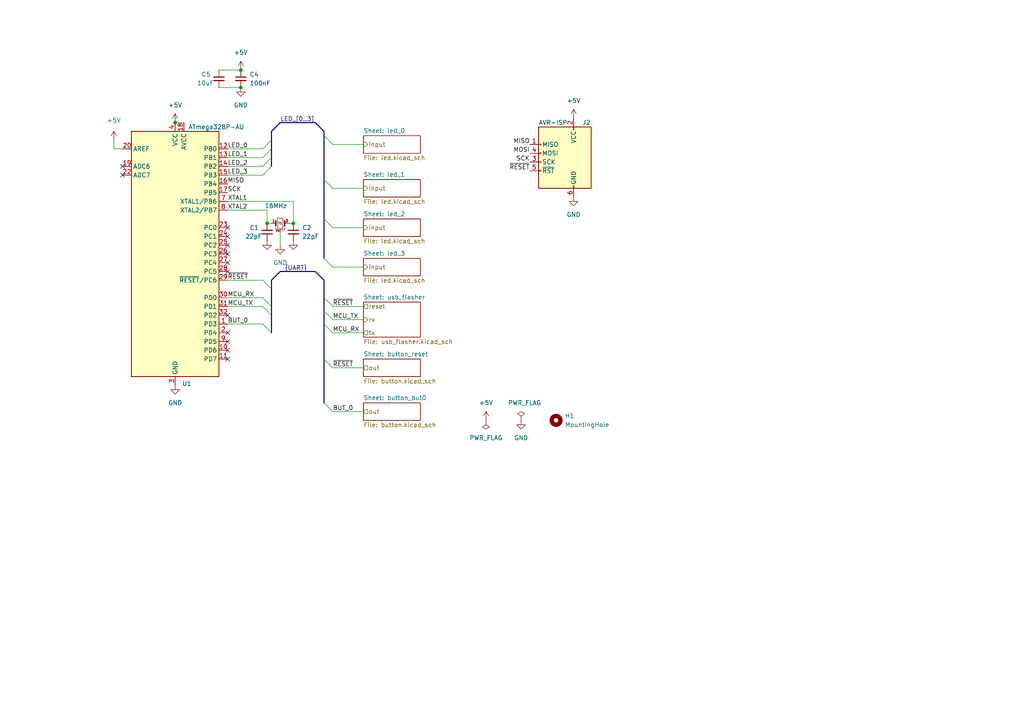
<source format=kicad_sch>
(kicad_sch (version 20211123) (generator eeschema)
  (paper "A4")
  (lib_symbols
    (symbol "Connector:AVR-ISP-6" (pin_names (offset 1.016))
      (property "Reference" "J" (at -6.35 11.43 0))
      (property "Value" "AVR-ISP-6" (at 0 11.43 0))
      (symbol "AVR-ISP-6_0_1"
        (rectangle (start -2.667 -6.858) (end -2.413 -7.62))
        (rectangle (start -2.667 10.16) (end -2.413 9.398))
        (rectangle (start 7.62 -2.413) (end 6.858 -2.667))
        (rectangle (start 7.62 0.127) (end 6.858 -0.127))
        (rectangle (start 7.62 2.667) (end 6.858 2.413))
        (rectangle (start 7.62 5.207) (end 6.858 4.953))
        (rectangle (start 7.62 10.16) (end -7.62 -7.62) (stroke (width 0.254)) (fill (type background)))
      )
      (symbol "AVR-ISP-6_1_1"
        (pin passive line (at 10.16 5.08 180) (length 2.54) (name "MISO") (number "1"))
        (pin passive line (at -2.54 12.7 270) (length 2.54) (name "VCC") (number "2"))
        (pin passive line (at 10.16 0 180) (length 2.54) (name "SCK") (number "3"))
        (pin passive line (at 10.16 2.54 180) (length 2.54) (name "MOSI") (number "4"))
        (pin passive line (at 10.16 -2.54 180) (length 2.54) (name "~{RST}") (number "5"))
        (pin passive line (at -2.54 -10.16 90) (length 2.54) (name "GND") (number "6"))
      )
    )
    (symbol "Device:C_Small" (pin_numbers hide) (pin_names (offset 0.254) hide)
      (property "Reference" "C" (at 0.254 1.778 0))
      (property "Value" "C_Small" (at 0.254 -2.032 0))
      (symbol "C_Small_0_1"
        (polyline (pts (xy -1.524 -0.508) (xy 1.524 -0.508)) (stroke (width 0.3302)))
        (polyline (pts (xy -1.524 0.508) (xy 1.524 0.508)) (stroke (width 0.3048)))
      )
      (symbol "C_Small_1_1"
        (pin passive line (at 0 2.54 270) (length 2.032) (name "~") (number "1"))
        (pin passive line (at 0 -2.54 90) (length 2.032) (name "~") (number "2"))
      )
    )
    (symbol "Device:Crystal_GND2_Small" (pin_names (offset 1.016) hide)
      (property "Reference" "Y" (at 0 5.08 0))
      (property "Value" "Crystal_GND2_Small" (at 0 3.175 0))
      (symbol "Crystal_GND2_Small_0_1"
        (rectangle (start -0.762 -1.524) (end 0.762 1.524))
        (polyline (pts (xy -1.27 -0.762) (xy -1.27 0.762)) (stroke (width 0.381)))
        (polyline (pts (xy 1.27 -0.762) (xy 1.27 0.762)) (stroke (width 0.381)))
        (polyline (pts (xy -1.27 -1.27) (xy -1.27 -1.905) (xy 1.27 -1.905) (xy 1.27 -1.27)))
      )
      (symbol "Crystal_GND2_Small_1_1"
        (pin passive line (at -2.54 0 0) (length 1.27) (name "1") (number "1"))
        (pin passive line (at 0 -2.54 90) (length 0.635) (name "2") (number "2"))
        (pin passive line (at 2.54 0 180) (length 1.27) (name "3") (number "3"))
      )
    )
    (symbol "Mechanical:MountingHole" (pin_names (offset 1.016))
      (property "Reference" "H" (at 0 5.08 0))
      (property "Value" "MountingHole" (at 0 3.175 0))
      (symbol "MountingHole_0_1"
        (circle (center 0 0) (radius 1.27) (stroke (width 1.27)))
      )
    )
    (symbol "MyLibrary:ATmega328P-AU"
      (property "Reference" "C14877" (at 8.5344 33.4772 0))
      (property "Value" "ATmega328P-AU" (at 9.4742 -43.3832 0))
      (symbol "ATmega328P-AU_0_1"
        (rectangle (start -14.1478 -39.8526) (end 11.2522 31.2674) (stroke (width 0.254)) (fill (type background)))
      )
      (symbol "ATmega328P-AU_1_1"
        (pin bidirectional line (at 13.7922 -24.6126 180) (length 2.54) (name "PD3") (number "1"))
        (pin bidirectional line (at 13.7922 -32.2326 180) (length 2.54) (name "PD6") (number "10"))
        (pin bidirectional line (at 13.7922 -34.7726 180) (length 2.54) (name "PD7") (number "11"))
        (pin bidirectional line (at 13.7922 26.1874 180) (length 2.54) (name "PB0") (number "12"))
        (pin bidirectional line (at 13.7922 23.6474 180) (length 2.54) (name "PB1") (number "13"))
        (pin bidirectional line (at 13.7922 21.1074 180) (length 2.54) (name "PB2") (number "14"))
        (pin bidirectional line (at 13.7922 18.5674 180) (length 2.54) (name "PB3") (number "15"))
        (pin bidirectional line (at 13.7922 16.0274 180) (length 2.54) (name "PB4") (number "16"))
        (pin bidirectional line (at 13.7922 13.4874 180) (length 2.54) (name "PB5") (number "17"))
        (pin power_in line (at 1.0922 33.8074 270) (length 2.54) (name "AVCC") (number "18"))
        (pin input line (at -16.6878 21.1074 0) (length 2.54) (name "ADC6") (number "19"))
        (pin bidirectional line (at 13.7922 -27.1526 180) (length 2.54) (name "PD4") (number "2"))
        (pin passive line (at -16.6878 26.1874 0) (length 2.54) (name "AREF") (number "20"))
        (pin passive line (at -1.4478 -42.3926 90) (length 2.54) hide (name "GND") (number "21"))
        (pin input line (at -16.6878 18.5674 0) (length 2.54) (name "ADC7") (number "22"))
        (pin bidirectional line (at 13.7922 3.3274 180) (length 2.54) (name "PC0") (number "23"))
        (pin bidirectional line (at 13.7922 0.7874 180) (length 2.54) (name "PC1") (number "24"))
        (pin bidirectional line (at 13.7922 -1.7526 180) (length 2.54) (name "PC2") (number "25"))
        (pin bidirectional line (at 13.7922 -4.2926 180) (length 2.54) (name "PC3") (number "26"))
        (pin bidirectional line (at 13.7922 -6.8326 180) (length 2.54) (name "PC4") (number "27"))
        (pin bidirectional line (at 13.7922 -9.3726 180) (length 2.54) (name "PC5") (number "28"))
        (pin bidirectional line (at 13.7922 -11.9126 180) (length 2.54) (name "~{RESET}/PC6") (number "29"))
        (pin power_in line (at -1.4478 -42.3926 90) (length 2.54) (name "GND") (number "3"))
        (pin bidirectional line (at 13.7922 -16.9926 180) (length 2.54) (name "PD0") (number "30"))
        (pin bidirectional line (at 13.7922 -19.5326 180) (length 2.54) (name "PD1") (number "31"))
        (pin bidirectional line (at 13.7922 -22.0726 180) (length 2.54) (name "PD2") (number "32"))
        (pin power_in line (at -1.4478 33.8074 270) (length 2.54) (name "VCC") (number "4"))
        (pin passive line (at -1.4478 -42.3926 90) (length 2.54) hide (name "GND") (number "5"))
        (pin passive line (at -1.4478 33.8074 270) (length 2.54) hide (name "VCC") (number "6"))
        (pin bidirectional line (at 13.7922 10.9474 180) (length 2.54) (name "XTAL1/PB6") (number "7"))
        (pin bidirectional line (at 13.7922 8.4074 180) (length 2.54) (name "XTAL2/PB7") (number "8"))
        (pin bidirectional line (at 13.7922 -29.6926 180) (length 2.54) (name "PD5") (number "9"))
      )
    )
    (symbol "power:+5V" (power) (pin_names (offset 0))
      (property "Value" "+5V" (at 0 3.556 0))
      (symbol "+5V_0_1"
        (polyline (pts (xy -0.762 1.27) (xy 0 2.54)))
        (polyline (pts (xy 0 0) (xy 0 2.54)))
        (polyline (pts (xy 0 2.54) (xy 0.762 1.27)))
      )
      (symbol "+5V_1_1"
        (pin power_in line (at 0 0 90) (length 0) hide (name "+5V") (number "1"))
      )
    )
    (symbol "power:GND" (power) (pin_names (offset 0))
      (property "Value" "GND" (at 0 -3.81 0))
      (symbol "GND_0_1"
        (polyline (pts (xy 0 0) (xy 0 -1.27) (xy 1.27 -1.27) (xy 0 -2.54) (xy -1.27 -1.27) (xy 0 -1.27)))
      )
      (symbol "GND_1_1"
        (pin power_in line (at 0 0 270) (length 0) hide (name "GND") (number "1"))
      )
    )
    (symbol "power:PWR_FLAG" (power) (pin_numbers hide) (pin_names (offset 0) hide)
      (property "Value" "PWR_FLAG" (at 0 3.81 0))
      (symbol "PWR_FLAG_0_0"
        (pin power_out line (at 0 0 90) (length 0) (name "pwr") (number "1"))
      )
      (symbol "PWR_FLAG_0_1"
        (polyline (pts (xy 0 0) (xy 0 1.27) (xy -1.016 1.905) (xy 0 2.54) (xy 1.016 1.905) (xy 0 1.27)))
      )
    )
  )
  (bus_alias "UART" (members "~{RESET}" "MCU_TX" "MCU_RX" "BUT_0"))
  (junction (at 69.85 20.32))
  (junction (at 50.8 35.56))
  (junction (at 77.47 64.77))
  (junction (at 69.85 25.4))
  (junction (at 85.09 64.77))
  (no_connect (at 35.56 48.26))
  (no_connect (at 35.56 50.8))
  (no_connect (at 66.04 66.04))
  (no_connect (at 66.04 104.14))
  (no_connect (at 66.04 96.52))
  (no_connect (at 66.04 99.06))
  (no_connect (at 66.04 101.6))
  (no_connect (at 66.04 91.44))
  (no_connect (at 66.04 68.58))
  (no_connect (at 66.04 71.12))
  (no_connect (at 66.04 73.66))
  (no_connect (at 66.04 76.2))
  (no_connect (at 66.04 78.74))
  (bus_entry (at 93.98 90.17) (size 2.54 2.54))
  (bus_entry (at 96.52 41.91) (size -2.54 -2.54))
  (bus_entry (at 96.52 77.47) (size -2.54 -2.54))
  (bus_entry (at 96.52 54.61) (size -2.54 -2.54))
  (bus_entry (at 93.98 86.36) (size 2.54 2.54))
  (bus_entry (at 96.52 66.04) (size -2.54 -2.54))
  (bus_entry (at 93.98 93.98) (size 2.54 2.54))
  (bus_entry (at 76.2 81.28) (size 2.54 2.54))
  (bus_entry (at 76.2 88.9) (size 2.54 2.54))
  (bus_entry (at 76.2 93.98) (size 2.54 2.54))
  (bus_entry (at 93.98 104.14) (size 2.54 2.54))
  (bus_entry (at 76.2 50.8) (size 2.54 -2.54))
  (bus_entry (at 76.2 48.26) (size 2.54 -2.54))
  (bus_entry (at 93.98 116.84) (size 2.54 2.54))
  (bus_entry (at 76.2 43.18) (size 2.54 -2.54))
  (bus_entry (at 76.2 45.72) (size 2.54 -2.54))
  (bus_entry (at 76.2 86.36) (size 2.54 2.54))
  (wire (pts (xy 77.47 60.96) (xy 77.47 64.77)))
  (wire (pts (xy 35.56 43.18) (xy 33.02 43.18)))
  (bus (pts (xy 81.28 78.74) (xy 91.44 78.74)))
  (bus (pts (xy 91.44 35.56) (xy 93.98 38.1)))
  (wire (pts (xy 96.52 88.9) (xy 105.41 88.9)))
  (bus (pts (xy 78.74 45.72) (xy 78.74 48.26)))
  (bus (pts (xy 93.98 93.98) (xy 93.98 104.14)))
  (bus (pts (xy 78.74 83.82) (xy 78.74 88.9)))
  (wire (pts (xy 66.04 60.96) (xy 77.47 60.96)))
  (bus (pts (xy 93.98 86.36) (xy 93.98 90.17)))
  (wire (pts (xy 66.04 93.98) (xy 76.2 93.98)))
  (bus (pts (xy 81.28 35.56) (xy 91.44 35.56)))
  (bus (pts (xy 78.74 38.1) (xy 78.74 40.64)))
  (wire (pts (xy 96.52 66.04) (xy 105.41 66.04)))
  (bus (pts (xy 78.74 81.28) (xy 81.28 78.74)))
  (wire (pts (xy 66.04 58.42) (xy 85.09 58.42)))
  (wire (pts (xy 66.04 43.18) (xy 76.2 43.18)))
  (wire (pts (xy 96.52 54.61) (xy 105.41 54.61)))
  (wire (pts (xy 96.52 77.47) (xy 105.41 77.47)))
  (bus (pts (xy 81.28 35.56) (xy 78.74 38.1)))
  (wire (pts (xy 96.52 119.38) (xy 105.41 119.38)))
  (wire (pts (xy 85.09 64.77) (xy 83.82 64.77)))
  (wire (pts (xy 96.52 41.91) (xy 105.41 41.91)))
  (wire (pts (xy 66.04 45.72) (xy 76.2 45.72)))
  (bus (pts (xy 93.98 38.1) (xy 93.98 39.37)))
  (wire (pts (xy 66.04 88.9) (xy 76.2 88.9)))
  (wire (pts (xy 50.8 35.56) (xy 53.34 35.56)))
  (bus (pts (xy 93.98 90.17) (xy 93.98 93.98)))
  (bus (pts (xy 93.98 39.37) (xy 93.98 52.07)))
  (bus (pts (xy 78.74 43.18) (xy 78.74 45.72)))
  (wire (pts (xy 96.52 92.71) (xy 105.41 92.71)))
  (wire (pts (xy 63.5 25.4) (xy 69.85 25.4)))
  (wire (pts (xy 85.09 58.42) (xy 85.09 64.77)))
  (wire (pts (xy 66.04 86.36) (xy 76.2 86.36)))
  (wire (pts (xy 66.04 81.28) (xy 76.2 81.28)))
  (wire (pts (xy 77.47 64.77) (xy 78.74 64.77)))
  (bus (pts (xy 93.98 63.5) (xy 93.98 74.93)))
  (wire (pts (xy 81.28 67.31) (xy 81.28 71.12)))
  (bus (pts (xy 93.98 81.28) (xy 93.98 86.36)))
  (wire (pts (xy 96.52 96.52) (xy 105.41 96.52)))
  (wire (pts (xy 96.52 106.68) (xy 105.41 106.68)))
  (bus (pts (xy 91.44 78.74) (xy 93.98 81.28)))
  (bus (pts (xy 93.98 52.07) (xy 93.98 63.5)))
  (bus (pts (xy 93.98 104.14) (xy 93.98 116.84)))
  (bus (pts (xy 78.74 43.18) (xy 78.74 40.64)))
  (wire (pts (xy 66.04 48.26) (xy 76.2 48.26)))
  (wire (pts (xy 33.02 43.18) (xy 33.02 40.64)))
  (bus (pts (xy 78.74 91.44) (xy 78.74 96.52)))
  (bus (pts (xy 78.74 88.9) (xy 78.74 91.44)))
  (wire (pts (xy 63.5 20.32) (xy 69.85 20.32)))
  (wire (pts (xy 66.04 50.8) (xy 76.2 50.8)))
  (bus (pts (xy 78.74 81.28) (xy 78.74 83.82)))
  (label "{UART}" (at 82.55 78.74 0))
  (label "~{RESET}" (at 96.52 106.68 0))
  (label "XTAL1" (at 66.04 58.42 0))
  (label "~{RESET}" (at 66.04 81.28 0))
  (label "LED_2" (at 66.04 48.26 0))
  (label "BUT_0" (at 96.52 119.38 0))
  (label "MCU_TX" (at 66.04 88.9 0))
  (label "BUT_0" (at 66.04 93.98 0))
  (label "LED_1" (at 66.04 45.72 0))
  (label "MCU_TX" (at 96.52 92.71 0))
  (label "SCK" (at 153.67 46.99 180))
  (label "MOSI" (at 153.67 44.45 180))
  (label "LED_0" (at 66.04 43.18 0))
  (label "MCU_RX" (at 96.52 96.52 0))
  (label "~{RESET}" (at 96.52 88.9 0))
  (label "LED_3" (at 66.04 50.8 0))
  (label "SCK" (at 66.04 55.88 0))
  (label "MISO" (at 153.67 41.91 180))
  (label "~{RESET}" (at 153.67 49.53 180))
  (label "MISO" (at 66.04 53.34 0))
  (label "MCU_RX" (at 66.04 86.36 0))
  (label "XTAL2" (at 66.04 60.96 0))
  (label "LED_[0..3]" (at 81.28 35.56 0))
  (hierarchical_label "out" (shape input) (at 105.41 106.68 0))
  (hierarchical_label "input" (shape output) (at 105.41 66.04 0))
  (hierarchical_label "reset" (shape input) (at 105.41 88.9 0))
  (hierarchical_label "out" (shape input) (at 105.41 119.38 0))
  (hierarchical_label "input" (shape output) (at 105.41 54.61 0))
  (hierarchical_label "input" (shape output) (at 105.41 77.47 0))
  (hierarchical_label "tx" (shape input) (at 105.41 96.52 0))
  (hierarchical_label "rx" (shape output) (at 105.41 92.71 0))
  (hierarchical_label "input" (shape output) (at 105.41 41.91 0))
  (symbol (lib_id "power:PWR_FLAG") (at 151.13 121.92 0) (unit 1)
    (property "Reference" "#FLG0102" (effects hide))
    (property "Value" "PWR_FLAG" (at 147.32 116.84 0) (effects (justify left)))
  )
  (symbol (lib_id "power:+5V") (at 33.02 40.64 0) (unit 1)
    (property "Reference" "#PWR0101" (effects hide))
    (property "Value" "+5V" (at 33.02 34.925 0))
  )
  (symbol (lib_id "power:GND") (at 81.28 71.12 0) (unit 1)
    (property "Reference" "#PWR0106" (effects hide))
    (property "Value" "GND" (at 81.28 76.2 0))
  )
  (symbol (lib_id "power:GND") (at 69.85 25.4 0) (unit 1)
    (property "Reference" "#PWR0105" (effects hide))
    (property "Value" "GND" (at 69.85 30.48 0))
  )
  (symbol (lib_id "power:GND") (at 151.13 121.92 0) (unit 1)
    (property "Reference" "#PWR0111" (effects hide))
    (property "Value" "GND" (at 151.13 127 0))
  )
  (symbol (lib_id "Device:C_Small") (at 69.85 22.86 0) (unit 1)
    (property "Reference" "C4" (at 72.39 21.5962 0) (effects (justify left)))
    (property "Value" "100nF" (at 72.39 24.1362 0) (effects (justify left)))
  )
  (symbol (lib_id "power:GND") (at 77.47 69.85 0) (unit 1)
    (property "Reference" "#PWR0107" (effects hide))
    (property "Value" "GND" (effects hide))
  )
  (symbol (lib_id "Mechanical:MountingHole") (at 161.29 121.92 0) (unit 1)
    (property "Reference" "H1" (at 163.83 120.6499 0) (effects (justify left)))
    (property "Value" "MountingHole" (at 163.83 123.1899 0) (effects (justify left)))
  )
  (symbol (lib_id "power:+5V") (at 166.37 34.29 0) (unit 1)
    (property "Reference" "#PWR0113" (effects hide))
    (property "Value" "+5V" (at 166.37 29.21 0))
  )
  (symbol (lib_id "power:GND") (at 85.09 69.85 0) (unit 1)
    (property "Reference" "#PWR0108" (effects hide))
    (property "Value" "GND" (effects hide))
  )
  (symbol (lib_id "power:+5V") (at 140.97 121.92 0) (unit 1)
    (property "Reference" "#PWR0110" (effects hide))
    (property "Value" "+5V" (at 140.97 116.84 0))
  )
  (symbol (lib_id "power:+5V") (at 69.85 20.32 0) (unit 1)
    (property "Reference" "#PWR0102" (effects hide))
    (property "Value" "+5V" (at 69.85 15.24 0))
  )
  (symbol (lib_id "Device:C_Small") (at 63.5 22.86 0) (unit 1)
    (property "Reference" "C5" (at 58.42 21.59 0) (effects (justify left)))
    (property "Value" "10uF" (at 57.15 24.13 0) (effects (justify left)))
  )
  (symbol (lib_id "MyLibrary:ATmega328P-AU") (at 52.2478 69.3674 0) (unit 1)
    (property "Reference" "U1" (at 52.8194 111.2774 0) (effects (justify left)))
    (property "Value" "ATmega328P-AU" (at 54.61 36.83 0) (effects (justify left)))
  )
  (symbol (lib_id "power:GND") (at 166.37 57.15 0) (unit 1)
    (property "Reference" "#PWR0112" (effects hide))
    (property "Value" "GND" (at 166.37 62.23 0))
  )
  (symbol (lib_id "Device:C_Small") (at 85.09 67.31 0) (unit 1)
    (property "Reference" "C2" (at 87.63 66.0462 0) (effects (justify left)))
    (property "Value" "22pF" (at 87.63 68.5862 0) (effects (justify left)))
  )
  (symbol (lib_id "Device:C_Small") (at 77.47 67.31 180) (unit 1)
    (property "Reference" "C1" (at 72.39 66.04 0) (effects (justify right)))
    (property "Value" "22pF" (at 71.12 68.58 0) (effects (justify right)))
  )
  (symbol (lib_id "power:GND") (at 161.29 -44.45 0) (unit 1)
    (property "Reference" "#PWR0103" (effects hide))
    (property "Value" "GND" (at 161.29 -38.1 0))
  )
  (symbol (lib_id "power:GND") (at 50.8 111.76 0) (unit 1)
    (property "Reference" "#PWR0109" (effects hide))
    (property "Value" "GND" (at 50.8 116.84 0))
  )
  (symbol (lib_id "power:PWR_FLAG") (at 140.97 121.92 180) (unit 1)
    (property "Reference" "#FLG0101" (effects hide))
    (property "Value" "PWR_FLAG" (at 140.97 127 0))
  )
  (symbol (lib_id "Connector:AVR-ISP-6") (at 163.83 46.99 0) (mirror y) (unit 1)
    (property "Reference" "J2" (at 168.91 35.56 0) (effects (justify right)))
    (property "Value" "AVR-ISP" (at 156.21 35.56 0) (effects (justify right)))
    (property "Datasheet" " ~" (effects hide))
  )
  (symbol (lib_id "power:+5V") (at 50.8 35.56 0) (unit 1)
    (property "Reference" "#PWR0104" (effects hide))
    (property "Value" "+5V" (at 50.8 30.48 0))
  )
  (symbol (lib_id "Device:Crystal_GND2_Small") (at 81.28 64.77 0) (unit 1)
    (property "Reference" "Y1" (at 81.28 64.77 0) (effects (font (size 0.6 0.6))))
    (property "Value" "16MHz" (at 80.01 59.69 0))
  )
  (sheet (at 105.41 87.63) (size 16.51 10.16) (stroke (width 0.1524))
    (property "Sheet name" "Sheet: usb_flasher" (at 105.41 86.9184 0) (effects (justify left bottom)))
    (property "Sheet file" "usb_flasher.kicad_sch" (at 105.41 98.3746 0) (effects (justify left top)))
  )
  (sheet (at 105.41 63.5) (size 16.51 5.08) (stroke (width 0.1524))
    (property "Sheet name" "Sheet: led_2" (at 105.41 62.7884 0) (effects (justify left bottom)))
    (property "Sheet file" "led.kicad_sch" (at 105.41 69.1646 0) (effects (justify left top)))
  )
  (sheet (at 105.41 116.84) (size 16.51 5.08) (stroke (width 0.1524))
    (property "Sheet name" "Sheet: button_but0" (at 105.41 116.1284 0) (effects (justify left bottom)))
    (property "Sheet file" "button.kicad_sch" (at 105.41 122.5046 0) (effects (justify left top)))
  )
  (sheet (at 105.41 39.37) (size 16.51 5.08) (stroke (width 0.1524))
    (property "Sheet name" "Sheet: led_0" (at 105.41 38.6584 0) (effects (justify left bottom)))
    (property "Sheet file" "led.kicad_sch" (at 105.41 45.0346 0) (effects (justify left top)))
  )
  (sheet (at 105.41 74.93) (size 16.51 5.08) (stroke (width 0.1524))
    (property "Sheet name" "Sheet: led_3" (at 105.41 74.2184 0) (effects (justify left bottom)))
    (property "Sheet file" "led.kicad_sch" (at 105.41 80.5946 0) (effects (justify left top)))
  )
  (sheet (at 105.41 104.14) (size 16.51 5.08) (stroke (width 0.1524))
    (property "Sheet name" "Sheet: button_reset" (at 105.41 103.4284 0) (effects (justify left bottom)))
    (property "Sheet file" "button.kicad_sch" (at 105.41 109.8046 0) (effects (justify left top)))
  )
  (sheet (at 105.41 52.07) (size 16.51 5.08) (stroke (width 0.1524))
    (property "Sheet name" "Sheet: led_1" (at 105.41 51.3584 0) (effects (justify left bottom)))
    (property "Sheet file" "led.kicad_sch" (at 105.41 57.7346 0) (effects (justify left top)))
  )
)
</source>
